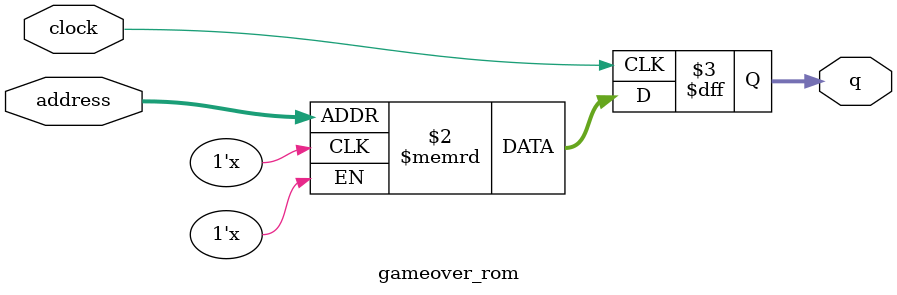
<source format=sv>
module gameover_rom (
	input logic clock,
	input logic [15:0] address,
	output logic [3:0] q
);

logic [3:0] memory [0:34079] /* synthesis ram_init_file = "./gameover/gameover.mif" */;

always_ff @ (posedge clock) begin
	q <= memory[address];
end

endmodule

</source>
